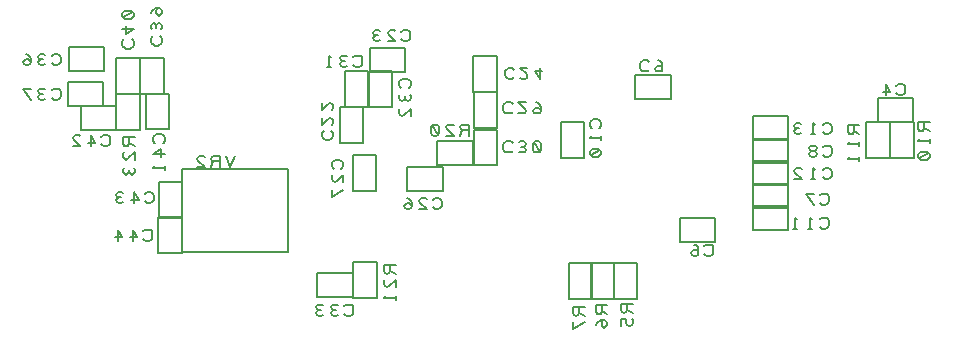
<source format=gbo>
%FSLAX23Y23*%
%MOIN*%
G04 EasyPC Gerber Version 16.0.6 Build 3249 *
%ADD10C,0.00500*%
X0Y0D02*
D02*
D10*
X320Y1456D02*
X323Y1453D01*
X329Y1450*
X339*
X345Y1453*
X348Y1456*
X351Y1462*
Y1475*
X348Y1481*
X345Y1484*
X339Y1487*
X329*
X323Y1484*
X320Y1481*
X298Y1453D02*
X292Y1450D01*
X285*
X279Y1453*
X276Y1459*
X279Y1465*
X285Y1469*
X292*
X285D02*
X279Y1472D01*
X276Y1478*
X279Y1484*
X285Y1487*
X292*
X298Y1484*
X251Y1450D02*
X226Y1487D01*
X251*
X320Y1571D02*
X323Y1568D01*
X329Y1565*
X339*
X345Y1568*
X348Y1571*
X351Y1577*
Y1590*
X348Y1596*
X345Y1599*
X339Y1602*
X329*
X323Y1599*
X320Y1596*
X298Y1568D02*
X292Y1565D01*
X285*
X279Y1568*
X276Y1574*
X279Y1580*
X285Y1584*
X292*
X285D02*
X279Y1587D01*
X276Y1593*
X279Y1599*
X285Y1602*
X292*
X298Y1599*
X251Y1574D02*
X248Y1580D01*
X242Y1584*
X235*
X229Y1580*
X226Y1574*
X229Y1568*
X235Y1565*
X242*
X248Y1568*
X251Y1574*
Y1584*
X248Y1593*
X242Y1599*
X235Y1602*
X491Y1430D02*
Y1509D01*
X373*
Y1430*
X491*
X496Y1545D02*
Y1624D01*
X378*
Y1545*
X496*
X485Y1301D02*
X488Y1298D01*
X494Y1295*
X504*
X510Y1298*
X513Y1301*
X516Y1307*
Y1320*
X513Y1326*
X510Y1329*
X504Y1332*
X494*
X488Y1329*
X485Y1326*
X450Y1295D02*
Y1332D01*
X466Y1307*
X441*
X391Y1295D02*
X416D01*
X394Y1317*
X391Y1323*
X394Y1329*
X400Y1332*
X410*
X416Y1329*
X536Y1350D02*
X614D01*
Y1469*
X536*
Y1350*
Y1470D02*
X614D01*
Y1589*
X536*
Y1470*
X536Y1350D02*
Y1429D01*
X418*
Y1350*
X536*
X562Y1652D02*
X559Y1649D01*
X555Y1642*
Y1633*
X559Y1627*
X562Y1624*
X568Y1620*
X580*
X587Y1624*
X590Y1627*
X593Y1633*
Y1642*
X590Y1649*
X587Y1652*
X555Y1686D02*
X593D01*
X568Y1670*
Y1695*
X559Y1724D02*
X555Y1730D01*
Y1736*
X559Y1742*
X565Y1745*
X584*
X590Y1742*
X593Y1736*
Y1730*
X590Y1724*
X584Y1720*
X565*
X559Y1724*
X590Y1742*
X597Y1325D02*
X559D01*
Y1304*
X562Y1297*
X569Y1294*
X575Y1297*
X578Y1304*
Y1325*
Y1304D02*
X597Y1294D01*
Y1250D02*
Y1275D01*
X575Y1254*
X569Y1250*
X562Y1254*
X559Y1260*
Y1269*
X562Y1275*
X594Y1222D02*
X597Y1216D01*
Y1210*
X594Y1204*
X587Y1200*
X581Y1204*
X578Y1210*
Y1216*
Y1210D02*
X575Y1204D01*
X569Y1200*
X562Y1204*
X559Y1210*
Y1216*
X562Y1222*
X616Y1470D02*
X694D01*
Y1589*
X616*
Y1470*
X657Y1662D02*
X654Y1659D01*
X650Y1652*
Y1643*
X654Y1637*
X657Y1634*
X663Y1630*
X675*
X682Y1634*
X685Y1637*
X688Y1643*
Y1652*
X685Y1659*
X682Y1662*
X654Y1684D02*
X650Y1690D01*
Y1696*
X654Y1702*
X660Y1705*
X666Y1702*
X669Y1696*
Y1690*
Y1696D02*
X672Y1702D01*
X679Y1705*
X685Y1702*
X688Y1696*
Y1690*
X685Y1684*
X650Y1740D02*
X654Y1746D01*
X660Y1752*
X669Y1755*
X679*
X685Y1752*
X688Y1746*
Y1740*
X685Y1734*
X679Y1730*
X672Y1734*
X669Y1740*
Y1746*
X672Y1752*
X679Y1755*
X625Y986D02*
X628Y983D01*
X634Y980*
X644*
X650Y983*
X653Y986*
X656Y992*
Y1005*
X653Y1011*
X650Y1014*
X644Y1017*
X634*
X628Y1014*
X625Y1011*
X590Y980D02*
Y1017D01*
X606Y992*
X581*
X540Y980D02*
Y1017D01*
X556Y992*
X531*
X630Y1111D02*
X633Y1108D01*
X639Y1105*
X649*
X655Y1108*
X658Y1111*
X661Y1117*
Y1130*
X658Y1136*
X655Y1139*
X649Y1142*
X639*
X633Y1139*
X630Y1136*
X595Y1105D02*
Y1142D01*
X611Y1117*
X586*
X558Y1108D02*
X552Y1105D01*
X545*
X539Y1108*
X536Y1114*
X539Y1120*
X545Y1124*
X552*
X545D02*
X539Y1127D01*
X536Y1133*
X539Y1139*
X545Y1142*
X552*
X558Y1139*
X676Y940D02*
X754D01*
Y1059*
X676*
Y940*
X690Y1304D02*
X694Y1307D01*
X697Y1314*
Y1323*
X694Y1329*
X690Y1332*
X684Y1335*
X672*
X665Y1332*
X662Y1329*
X659Y1323*
Y1314*
X662Y1307*
X665Y1304*
X697Y1270D02*
X659D01*
X684Y1285*
Y1260*
X697Y1229D02*
Y1217D01*
Y1223D02*
X659D01*
X665Y1229*
X711Y1470D02*
X633D01*
Y1352*
X711*
Y1470*
X753Y1218D02*
Y942D01*
X1107*
Y1218*
X753*
X756Y1175D02*
X678D01*
Y1057*
X756*
Y1175*
X931Y1262D02*
X915Y1225D01*
X900Y1262*
X881Y1225D02*
Y1262D01*
X859*
X853Y1259*
X850Y1253*
X853Y1247*
X859Y1244*
X881*
X859D02*
X850Y1225D01*
X806D02*
X831D01*
X809Y1247*
X806Y1253*
X809Y1259*
X815Y1262*
X825*
X831Y1259*
X1206Y871D02*
Y792D01*
X1324*
Y871*
X1206*
X1227Y1347D02*
X1224Y1344D01*
X1220Y1337*
Y1328*
X1224Y1322*
X1227Y1319*
X1233Y1315*
X1245*
X1252Y1319*
X1255Y1322*
X1258Y1328*
Y1337*
X1255Y1344*
X1252Y1347*
X1220Y1390D02*
Y1365D01*
X1242Y1387*
X1249Y1390*
X1255Y1387*
X1258Y1381*
Y1372*
X1255Y1365*
X1220Y1440D02*
Y1415D01*
X1242Y1437*
X1249Y1440*
X1255Y1437*
X1258Y1431*
Y1422*
X1255Y1415*
X1281Y1305D02*
X1359D01*
Y1424*
X1281*
Y1305*
X1285Y1219D02*
X1289Y1222D01*
X1292Y1229*
Y1238*
X1289Y1244*
X1285Y1247*
X1279Y1250*
X1267*
X1260Y1247*
X1257Y1244*
X1254Y1238*
Y1229*
X1257Y1222*
X1260Y1219*
X1292Y1175D02*
Y1200D01*
X1270Y1179*
X1264Y1175*
X1257Y1179*
X1254Y1185*
Y1194*
X1257Y1200*
X1292Y1150D02*
X1254Y1125D01*
Y1150*
X1326Y790D02*
X1404D01*
Y909*
X1326*
Y790*
X1295Y736D02*
X1298Y733D01*
X1304Y730*
X1314*
X1320Y733*
X1323Y736*
X1326Y742*
Y755*
X1323Y761*
X1320Y764*
X1314Y767*
X1304*
X1298Y764*
X1295Y761*
X1273Y733D02*
X1267Y730D01*
X1260*
X1254Y733*
X1251Y739*
X1254Y745*
X1260Y749*
X1267*
X1260D02*
X1254Y752D01*
X1251Y758*
X1254Y764*
X1260Y767*
X1267*
X1273Y764*
X1223Y733D02*
X1217Y730D01*
X1210*
X1204Y733*
X1201Y739*
X1204Y745*
X1210Y749*
X1217*
X1210D02*
X1204Y752D01*
X1201Y758*
X1204Y764*
X1210Y767*
X1217*
X1223Y764*
X1325Y1566D02*
X1328Y1563D01*
X1334Y1560*
X1344*
X1350Y1563*
X1353Y1566*
X1356Y1572*
Y1585*
X1353Y1591*
X1350Y1594*
X1344Y1597*
X1334*
X1328Y1594*
X1325Y1591*
X1303Y1563D02*
X1297Y1560D01*
X1290*
X1284Y1563*
X1281Y1569*
X1284Y1575*
X1290Y1579*
X1297*
X1290D02*
X1284Y1582D01*
X1281Y1588*
X1284Y1594*
X1290Y1597*
X1297*
X1303Y1594*
X1250Y1560D02*
X1237D01*
X1244D02*
Y1597D01*
X1250Y1591*
X1376Y1545D02*
X1298D01*
Y1427*
X1376*
Y1545*
X1381Y1621D02*
Y1542D01*
X1499*
Y1621*
X1381*
X1401Y1265D02*
X1323D01*
Y1147*
X1401*
Y1265*
X1456Y1545D02*
X1378D01*
Y1427*
X1456*
Y1545*
X1467Y900D02*
X1429D01*
Y879*
X1432Y872*
X1439Y869*
X1445Y872*
X1448Y879*
Y900*
Y879D02*
X1467Y869D01*
Y825D02*
Y850D01*
X1445Y829*
X1439Y825*
X1432Y829*
X1429Y835*
Y844*
X1432Y850*
X1467Y794D02*
Y782D01*
Y788D02*
X1429D01*
X1435Y794*
X1506Y1226D02*
Y1147D01*
X1624*
Y1226*
X1506*
X1485Y1651D02*
X1488Y1648D01*
X1494Y1645*
X1504*
X1510Y1648*
X1513Y1651*
X1516Y1657*
Y1670*
X1513Y1676*
X1510Y1679*
X1504Y1682*
X1494*
X1488Y1679*
X1485Y1676*
X1441Y1645D02*
X1466D01*
X1444Y1667*
X1441Y1673*
X1444Y1679*
X1450Y1682*
X1460*
X1466Y1679*
X1413Y1648D02*
X1407Y1645D01*
X1400*
X1394Y1648*
X1391Y1654*
X1394Y1660*
X1400Y1664*
X1407*
X1400D02*
X1394Y1667D01*
X1391Y1673*
X1394Y1679*
X1400Y1682*
X1407*
X1413Y1679*
X1510Y1489D02*
X1514Y1492D01*
X1517Y1499*
Y1508*
X1514Y1514*
X1510Y1517*
X1504Y1520*
X1492*
X1485Y1517*
X1482Y1514*
X1479Y1508*
Y1499*
X1482Y1492*
X1485Y1489*
X1514Y1467D02*
X1517Y1461D01*
Y1455*
X1514Y1449*
X1507Y1445*
X1501Y1449*
X1498Y1455*
Y1461*
Y1455D02*
X1495Y1449D01*
X1489Y1445*
X1482Y1449*
X1479Y1455*
Y1461*
X1482Y1467*
X1517Y1395D02*
Y1420D01*
X1495Y1399*
X1489Y1395*
X1482Y1399*
X1479Y1405*
Y1414*
X1482Y1420*
X1606Y1311D02*
Y1232D01*
X1724*
Y1311*
X1606*
X1590Y1091D02*
X1593Y1088D01*
X1599Y1085*
X1609*
X1615Y1088*
X1618Y1091*
X1621Y1097*
Y1110*
X1618Y1116*
X1615Y1119*
X1609Y1122*
X1599*
X1593Y1119*
X1590Y1116*
X1546Y1085D02*
X1571D01*
X1549Y1107*
X1546Y1113*
X1549Y1119*
X1555Y1122*
X1565*
X1571Y1119*
X1521Y1094D02*
X1518Y1100D01*
X1512Y1104*
X1505*
X1499Y1100*
X1496Y1094*
X1499Y1088*
X1505Y1085*
X1512*
X1518Y1088*
X1521Y1094*
Y1104*
X1518Y1113*
X1512Y1119*
X1505Y1122*
X1711Y1330D02*
Y1367D01*
X1689*
X1683Y1364*
X1680Y1358*
X1683Y1352*
X1689Y1349*
X1711*
X1689D02*
X1680Y1330D01*
X1636D02*
X1661D01*
X1639Y1352*
X1636Y1358*
X1639Y1364*
X1645Y1367*
X1655*
X1661Y1364*
X1608Y1333D02*
X1602Y1330D01*
X1595*
X1589Y1333*
X1586Y1339*
Y1358*
X1589Y1364*
X1595Y1367*
X1602*
X1608Y1364*
X1611Y1358*
Y1339*
X1608Y1333*
X1589Y1364*
X1726Y1475D02*
X1804D01*
Y1594*
X1726*
Y1475*
X1806Y1350D02*
X1728D01*
Y1232*
X1806*
Y1350*
Y1475D02*
X1728D01*
Y1357*
X1806*
Y1475*
X1857Y1305D02*
X1854Y1308D01*
X1848Y1311*
X1839*
X1832Y1308*
X1829Y1305*
X1826Y1299*
Y1286*
X1829Y1280*
X1832Y1277*
X1839Y1274*
X1848*
X1854Y1277*
X1857Y1280*
X1879Y1308D02*
X1885Y1311D01*
X1892*
X1898Y1308*
X1901Y1302*
X1898Y1295*
X1892Y1292*
X1885*
X1892D02*
X1898Y1289D01*
X1901Y1283*
X1898Y1277*
X1892Y1274*
X1885*
X1879Y1277*
X1929Y1308D02*
X1935Y1311D01*
X1942*
X1948Y1308*
X1951Y1302*
Y1283*
X1948Y1277*
X1942Y1274*
X1935*
X1929Y1277*
X1926Y1283*
Y1302*
X1929Y1308*
X1948Y1277*
X1857Y1435D02*
X1854Y1438D01*
X1848Y1441*
X1839*
X1832Y1438*
X1829Y1435*
X1826Y1429*
Y1416*
X1829Y1410*
X1832Y1407*
X1839Y1404*
X1848*
X1854Y1407*
X1857Y1410*
X1901Y1441D02*
X1876D01*
X1898Y1419*
X1901Y1413*
X1898Y1407*
X1892Y1404*
X1882*
X1876Y1407*
X1935Y1441D02*
X1942Y1438D01*
X1948Y1432*
X1951Y1422*
Y1413*
X1948Y1407*
X1942Y1404*
X1935*
X1929Y1407*
X1926Y1413*
X1929Y1419*
X1935Y1422*
X1942*
X1948Y1419*
X1951Y1413*
X1862Y1550D02*
X1859Y1553D01*
X1853Y1556*
X1844*
X1837Y1553*
X1834Y1550*
X1831Y1544*
Y1531*
X1834Y1525*
X1837Y1522*
X1844Y1519*
X1853*
X1859Y1522*
X1862Y1525*
X1906Y1556D02*
X1881D01*
X1903Y1534*
X1906Y1528*
X1903Y1522*
X1897Y1519*
X1887*
X1881Y1522*
X1947Y1556D02*
Y1519D01*
X1931Y1544*
X1956*
X2096Y1375D02*
X2018D01*
Y1257*
X2096*
Y1375*
X2097Y760D02*
X2059D01*
Y739*
X2062Y732*
X2069Y729*
X2075Y732*
X2078Y739*
Y760*
Y739D02*
X2097Y729D01*
Y710D02*
X2059Y685D01*
Y710*
X2121Y905D02*
X2043D01*
Y787*
X2121*
Y905*
X2145Y1354D02*
X2149Y1357D01*
X2152Y1364*
Y1373*
X2149Y1379*
X2145Y1382*
X2139Y1385*
X2127*
X2120Y1382*
X2117Y1379*
X2114Y1373*
Y1364*
X2117Y1357*
X2120Y1354*
X2152Y1329D02*
Y1317D01*
Y1323D02*
X2114D01*
X2120Y1329*
X2149Y1282D02*
X2152Y1276D01*
Y1270*
X2149Y1264*
X2142Y1260*
X2124*
X2117Y1264*
X2114Y1270*
Y1276*
X2117Y1282*
X2124Y1285*
X2142*
X2149Y1282*
X2117Y1264*
X2172Y765D02*
X2134D01*
Y744*
X2137Y737*
X2144Y734*
X2150Y737*
X2153Y744*
Y765*
Y744D02*
X2172Y734D01*
X2162Y715D02*
X2156Y712D01*
X2153Y706*
Y700*
X2156Y694*
X2162Y690*
X2169Y694*
X2172Y700*
Y706*
X2169Y712*
X2162Y715*
X2153*
X2144Y712*
X2137Y706*
X2134Y700*
X2196Y905D02*
X2118D01*
Y787*
X2196*
Y905*
X2257Y770D02*
X2219D01*
Y749*
X2222Y742*
X2229Y739*
X2235Y742*
X2238Y749*
Y770*
Y749D02*
X2257Y739D01*
X2254Y720D02*
X2257Y714D01*
Y705*
X2254Y699*
X2247Y695*
X2244*
X2238Y699*
X2235Y705*
Y720*
X2219*
Y695*
X2266Y1531D02*
Y1452D01*
X2384*
Y1531*
X2266*
X2271Y905D02*
X2193D01*
Y787*
X2271*
Y905*
X2312Y1575D02*
X2309Y1578D01*
X2303Y1581*
X2294*
X2287Y1578*
X2284Y1575*
X2281Y1569*
Y1556*
X2284Y1550*
X2287Y1547*
X2294Y1544*
X2303*
X2309Y1547*
X2312Y1550*
X2340Y1581D02*
X2347Y1578D01*
X2353Y1572*
X2356Y1562*
Y1553*
X2353Y1547*
X2347Y1544*
X2340*
X2334Y1547*
X2331Y1553*
X2334Y1559*
X2340Y1562*
X2347*
X2353Y1559*
X2356Y1553*
X2495Y936D02*
X2498Y933D01*
X2504Y930*
X2514*
X2520Y933*
X2523Y936*
X2526Y942*
Y955*
X2523Y961*
X2520Y964*
X2514Y967*
X2504*
X2498Y964*
X2495Y961*
X2476Y939D02*
X2473Y945D01*
X2467Y949*
X2460*
X2454Y945*
X2451Y939*
X2454Y933*
X2460Y930*
X2467*
X2473Y933*
X2476Y939*
Y949*
X2473Y958*
X2467Y964*
X2460Y967*
X2531Y975D02*
Y1054D01*
X2413*
Y975*
X2531*
X2776Y1015D02*
Y1094D01*
X2658*
Y1015*
X2776*
Y1090D02*
Y1169D01*
X2658*
Y1090*
X2776*
Y1165D02*
Y1244D01*
X2658*
Y1165*
X2776*
Y1240D02*
Y1319D01*
X2658*
Y1240*
X2776*
Y1315D02*
Y1394D01*
X2658*
Y1315*
X2776*
X2880Y1026D02*
X2883Y1023D01*
X2889Y1020*
X2899*
X2905Y1023*
X2908Y1026*
X2911Y1032*
Y1045*
X2908Y1051*
X2905Y1054*
X2899Y1057*
X2889*
X2883Y1054*
X2880Y1051*
X2855Y1020D02*
X2842D01*
X2849D02*
Y1057D01*
X2855Y1051*
X2805Y1020D02*
X2792D01*
X2799D02*
Y1057D01*
X2805Y1051*
X2880Y1106D02*
X2883Y1103D01*
X2889Y1100*
X2899*
X2905Y1103*
X2908Y1106*
X2911Y1112*
Y1125*
X2908Y1131*
X2905Y1134*
X2899Y1137*
X2889*
X2883Y1134*
X2880Y1131*
X2861Y1100D02*
X2836Y1137D01*
X2861*
X2890Y1191D02*
X2893Y1188D01*
X2899Y1185*
X2909*
X2915Y1188*
X2918Y1191*
X2921Y1197*
Y1210*
X2918Y1216*
X2915Y1219*
X2909Y1222*
X2899*
X2893Y1219*
X2890Y1216*
X2865Y1185D02*
X2852D01*
X2859D02*
Y1222D01*
X2865Y1216*
X2796Y1185D02*
X2821D01*
X2799Y1207*
X2796Y1213*
X2799Y1219*
X2805Y1222*
X2815*
X2821Y1219*
X2890Y1266D02*
X2893Y1263D01*
X2899Y1260*
X2909*
X2915Y1263*
X2918Y1266*
X2921Y1272*
Y1285*
X2918Y1291*
X2915Y1294*
X2909Y1297*
X2899*
X2893Y1294*
X2890Y1291*
X2862Y1279D02*
X2855D01*
X2849Y1282*
X2846Y1288*
X2849Y1294*
X2855Y1297*
X2862*
X2868Y1294*
X2871Y1288*
X2868Y1282*
X2862Y1279*
X2868Y1275*
X2871Y1269*
X2868Y1263*
X2862Y1260*
X2855*
X2849Y1263*
X2846Y1269*
X2849Y1275*
X2855Y1279*
X2890Y1341D02*
X2893Y1338D01*
X2899Y1335*
X2909*
X2915Y1338*
X2918Y1341*
X2921Y1347*
Y1360*
X2918Y1366*
X2915Y1369*
X2909Y1372*
X2899*
X2893Y1369*
X2890Y1366*
X2865Y1335D02*
X2852D01*
X2859D02*
Y1372D01*
X2865Y1366*
X2818Y1338D02*
X2812Y1335D01*
X2805*
X2799Y1338*
X2796Y1344*
X2799Y1350*
X2805Y1354*
X2812*
X2805D02*
X2799Y1357D01*
X2796Y1363*
X2799Y1369*
X2805Y1372*
X2812*
X2818Y1369*
X3012Y1365D02*
X2974D01*
Y1344*
X2977Y1337*
X2984Y1334*
X2990Y1337*
X2993Y1344*
Y1365*
Y1344D02*
X3012Y1334D01*
Y1309D02*
Y1297D01*
Y1303D02*
X2974D01*
X2980Y1309*
X3012Y1259D02*
Y1247D01*
Y1253D02*
X2974D01*
X2980Y1259*
X3036Y1255D02*
X3114D01*
Y1374*
X3036*
Y1255*
X3116D02*
X3194D01*
Y1374*
X3116*
Y1255*
X3135Y1471D02*
X3138Y1468D01*
X3144Y1465*
X3154*
X3160Y1468*
X3163Y1471*
X3166Y1477*
Y1490*
X3163Y1496*
X3160Y1499*
X3154Y1502*
X3144*
X3138Y1499*
X3135Y1496*
X3100Y1465D02*
Y1502D01*
X3116Y1477*
X3091*
X3191Y1375D02*
Y1454D01*
X3073*
Y1375*
X3191*
X3247Y1375D02*
X3209D01*
Y1354*
X3212Y1347*
X3219Y1344*
X3225Y1347*
X3228Y1354*
Y1375*
Y1354D02*
X3247Y1344D01*
Y1319D02*
Y1307D01*
Y1313D02*
X3209D01*
X3215Y1319*
X3244Y1272D02*
X3247Y1266D01*
Y1260*
X3244Y1254*
X3237Y1250*
X3219*
X3212Y1254*
X3209Y1260*
Y1266*
X3212Y1272*
X3219Y1275*
X3237*
X3244Y1272*
X3212Y1254*
X0Y0D02*
M02*

</source>
